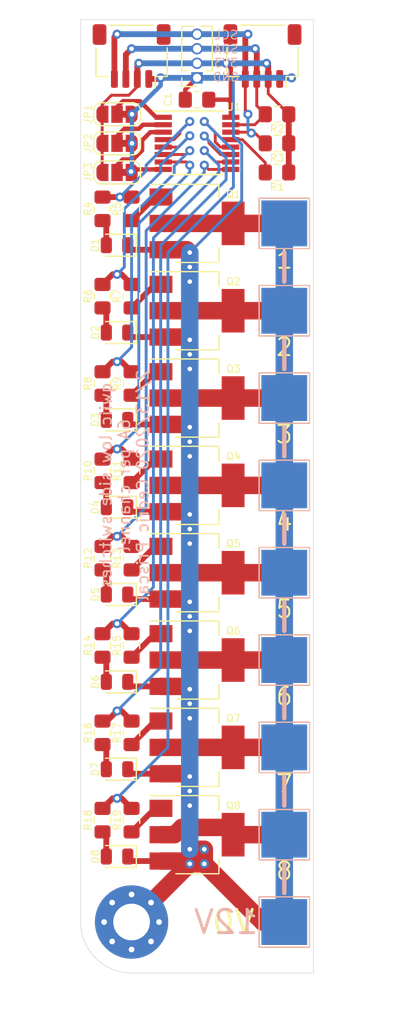
<source format=kicad_pcb>
(kicad_pcb (version 20221018) (generator pcbnew)
  (layers (0 "F.Cu" signal) (31 "B.Cu" signal) (34 "B.Paste" user) (35 "F.Paste" user) (36 "B.SilkS" user "B.Silkscreen") (37 "F.SilkS" user "F.Silkscreen") (38 "B.Mask" user) (39 "F.Mask" user) (44 "Edge.Cuts" user))
  (net 0 "")
  (net 1 "GND")
  (net 2 "+3V3")
  (net 3 "Net-(D1-Pad2)")
  (net 4 "Net-(D2-Pad2)")
  (net 5 "Net-(D3-Pad2)")
  (net 6 "Net-(D4-Pad2)")
  (net 7 "Net-(D5-Pad2)")
  (net 8 "Net-(D6-Pad2)")
  (net 9 "Net-(D7-Pad2)")
  (net 10 "Net-(D8-Pad2)")
  (net 11 "SCL")
  (net 12 "SDA")
  (net 13 "/sheet5E4641D8/OUT")
  (net 14 "/sheet5E4641DC/OUT")
  (net 15 "/sheet5E464744/OUT")
  (net 16 "/sheet5E464748/OUT")
  (net 17 "/sheet5E46474C/OUT")
  (net 18 "/sheet5E464750/OUT")
  (net 19 "/switch-lowside-6a/OUT")
  (net 20 "/sheet5E464087/OUT")
  (net 21 "Net-(JP1-Pad2)")
  (net 22 "Net-(JP2-Pad2)")
  (net 23 "Net-(JP3-Pad2)")
  (net 24 "Net-(Q1-Pad1)")
  (net 25 "Net-(Q2-Pad1)")
  (net 26 "Net-(Q3-Pad1)")
  (net 27 "Net-(Q4-Pad1)")
  (net 28 "Net-(Q5-Pad1)")
  (net 29 "Net-(Q6-Pad1)")
  (net 30 "Net-(Q7-Pad1)")
  (net 31 "Net-(Q8-Pad1)")
  (net 32 "Net-(R1-Pad2)")
  (net 33 "/switch-lowside-6a/IN")
  (net 34 "/sheet5E464087/IN")
  (net 35 "/sheet5E4641D8/IN")
  (net 36 "/sheet5E4641DC/IN")
  (net 37 "/sheet5E464744/IN")
  (net 38 "/sheet5E464748/IN")
  (net 39 "/sheet5E46474C/IN")
  (net 40 "/sheet5E464750/IN")
  (net 41 "Net-(J12-Pad1)")
  (footprint "Capacitor_SMD:C_0805_2012Metric_Pad1.15x1.40mm_HandSolder" (layer "F.Cu") (at 54.61 71.755 180)
    (fp_text reference "C1")
    (fp_text value "0.1u")
  )
  (footprint "LED_SMD:LED_0805_2012Metric" (layer "F.Cu") (at 47.625 84.455 180)
    (fp_text reference "D1")
    (fp_text value "LITEON-LTST-C170KGKT")
  )
  (footprint "LED_SMD:LED_0805_2012Metric" (layer "F.Cu") (at 47.625 92.075 180)
    (fp_text reference "D2")
    (fp_text value "LITEON-LTST-C170KGKT")
  )
  (footprint "LED_SMD:LED_0805_2012Metric" (layer "F.Cu") (at 47.625 99.695 180)
    (fp_text reference "D3")
    (fp_text value "LITEON-LTST-C170KGKT")
  )
  (footprint "LED_SMD:LED_0805_2012Metric" (layer "F.Cu") (at 47.625 107.315 180)
    (fp_text reference "D4")
    (fp_text value "LITEON-LTST-C170KGKT")
  )
  (footprint "LED_SMD:LED_0805_2012Metric" (layer "F.Cu") (at 47.625 114.935 180)
    (fp_text reference "D5")
    (fp_text value "LITEON-LTST-C170KGKT")
  )
  (footprint "LED_SMD:LED_0805_2012Metric" (layer "F.Cu") (at 47.625 122.555 180)
    (fp_text reference "D6")
    (fp_text value "LITEON-LTST-C170KGKT")
  )
  (footprint "LED_SMD:LED_0805_2012Metric" (layer "F.Cu") (at 47.625 130.175 180)
    (fp_text reference "D7")
    (fp_text value "LITEON-LTST-C170KGKT")
  )
  (footprint "LED_SMD:LED_0805_2012Metric" (layer "F.Cu") (at 47.625 137.795 180)
    (fp_text reference "D8")
    (fp_text value "LITEON-LTST-C170KGKT")
  )
  (footprint "Connector_JST:JST_SH_SM04B-SRSS-TB_1x04-1MP_P1.00mm_Horizontal" (layer "F.Cu") (at 48.895 67.945 180)
    (fp_text reference "J1" hide)
    (fp_text value "Conn_01x04")
  )
  (footprint "TestPoint:TestPoint_Pad_4.0x4.0mm" (layer "F.Cu") (at 62.23 97.79)
    (fp_text reference "J2" hide)
    (fp_text value "Conn_01x01")
  )
  (footprint "TestPoint:TestPoint_Pad_4.0x4.0mm" (layer "F.Cu") (at 62.23 105.41)
    (fp_text reference "J3" hide)
    (fp_text value "Conn_01x01")
  )
  (footprint "TestPoint:TestPoint_Pad_4.0x4.0mm" (layer "F.Cu") (at 62.23 113.03)
    (fp_text reference "J4" hide)
    (fp_text value "Conn_01x01")
  )
  (footprint "TestPoint:TestPoint_Pad_4.0x4.0mm" (layer "F.Cu") (at 62.23 120.65)
    (fp_text reference "J5" hide)
    (fp_text value "Conn_01x01")
  )
  (footprint "TestPoint:TestPoint_Pad_4.0x4.0mm" (layer "F.Cu") (at 62.23 128.27)
    (fp_text reference "J6" hide)
    (fp_text value "Conn_01x01")
  )
  (footprint "TestPoint:TestPoint_Pad_4.0x4.0mm" (layer "F.Cu") (at 62.23 135.89)
    (fp_text reference "J7" hide)
    (fp_text value "Conn_01x01")
  )
  (footprint "TestPoint:TestPoint_Pad_4.0x4.0mm" (layer "F.Cu") (at 62.23 82.55)
    (fp_text reference "J8" hide)
    (fp_text value "Conn_01x01")
  )
  (footprint "TestPoint:TestPoint_Pad_4.0x4.0mm" (layer "F.Cu") (at 62.23 90.17)
    (fp_text reference "J9" hide)
    (fp_text value "Conn_01x01")
  )
  (footprint "Jumper:SolderJumper-3_P1.3mm_Bridged12_RoundedPad1.0x1.5mm_NumberLabels" (layer "F.Cu") (at 47.625 73.025 180)
    (fp_text reference "JP1")
    (fp_text value "SolderJumper_3_Bridged12")
  )
  (footprint "Jumper:SolderJumper-3_P1.3mm_Bridged12_RoundedPad1.0x1.5mm_NumberLabels" (layer "F.Cu") (at 47.625 75.565 180)
    (fp_text reference "JP2")
    (fp_text value "SolderJumper_3_Bridged12")
  )
  (footprint "Jumper:SolderJumper-3_P1.3mm_Bridged12_RoundedPad1.0x1.5mm_NumberLabels" (layer "F.Cu") (at 47.625 78.105 180)
    (fp_text reference "JP3")
    (fp_text value "SolderJumper_3_Bridged12")
  )
  (footprint "Package_TO_SOT_SMD:SOT-223" (layer "F.Cu") (at 54.61 82.55)
    (fp_text reference "Q1")
    (fp_text value "Q_NMOS_GDSD")
  )
  (footprint "Package_TO_SOT_SMD:SOT-223" (layer "F.Cu") (at 54.61 90.17)
    (fp_text reference "Q2")
    (fp_text value "Q_NMOS_GDSD")
  )
  (footprint "Package_TO_SOT_SMD:SOT-223" (layer "F.Cu") (at 54.61 97.79)
    (fp_text reference "Q3")
    (fp_text value "Q_NMOS_GDSD")
  )
  (footprint "Package_TO_SOT_SMD:SOT-223" (layer "F.Cu") (at 54.61 105.41)
    (fp_text reference "Q4")
    (fp_text value "Q_NMOS_GDSD")
  )
  (footprint "Package_TO_SOT_SMD:SOT-223" (layer "F.Cu") (at 54.61 113.03)
    (fp_text reference "Q5")
    (fp_text value "Q_NMOS_GDSD")
  )
  (footprint "Package_TO_SOT_SMD:SOT-223" (layer "F.Cu") (at 54.61 120.65)
    (fp_text reference "Q6")
    (fp_text value "Q_NMOS_GDSD")
  )
  (footprint "Package_TO_SOT_SMD:SOT-223" (layer "F.Cu") (at 54.61 128.27)
    (fp_text reference "Q7")
    (fp_text value "Q_NMOS_GDSD")
  )
  (footprint "Package_TO_SOT_SMD:SOT-223" (layer "F.Cu") (at 54.61 135.89)
    (fp_text reference "Q8")
    (fp_text value "Q_NMOS_GDSD")
  )
  (footprint "Resistor_SMD:R_0805_2012Metric_Pad1.15x1.40mm_HandSolder" (layer "F.Cu") (at 61.595 78.105 180)
    (fp_text reference "R1")
    (fp_text value "10k")
  )
  (footprint "Resistor_SMD:R_0805_2012Metric_Pad1.15x1.40mm_HandSolder" (layer "F.Cu") (at 61.595 73.025 180)
    (fp_text reference "R2")
    (fp_text value "10k")
  )
  (footprint "Resistor_SMD:R_0805_2012Metric_Pad1.15x1.40mm_HandSolder" (layer "F.Cu") (at 61.595 75.565 180)
    (fp_text reference "R3")
    (fp_text value "10k")
  )
  (footprint "Resistor_SMD:R_0805_2012Metric_Pad1.15x1.40mm_HandSolder" (layer "F.Cu") (at 46.355 81.28 90)
    (fp_text reference "R4")
    (fp_text value "100")
  )
  (footprint "Resistor_SMD:R_0805_2012Metric_Pad1.15x1.40mm_HandSolder" (layer "F.Cu") (at 48.895 81.28 90)
    (fp_text reference "R5")
    (fp_text value "100")
  )
  (footprint "Resistor_SMD:R_0805_2012Metric_Pad1.15x1.40mm_HandSolder" (layer "F.Cu") (at 46.355 88.9 90)
    (fp_text reference "R6")
    (fp_text value "100")
  )
  (footprint "Resistor_SMD:R_0805_2012Metric_Pad1.15x1.40mm_HandSolder" (layer "F.Cu") (at 48.895 88.9 90)
    (fp_text reference "R7")
    (fp_text value "100")
  )
  (footprint "Resistor_SMD:R_0805_2012Metric_Pad1.15x1.40mm_HandSolder" (layer "F.Cu") (at 46.355 96.52 90)
    (fp_text reference "R8")
    (fp_text value "100")
  )
  (footprint "Resistor_SMD:R_0805_2012Metric_Pad1.15x1.40mm_HandSolder" (layer "F.Cu") (at 48.895 96.52 90)
    (fp_text reference "R9")
    (fp_text value "100")
  )
  (footprint "Resistor_SMD:R_0805_2012Metric_Pad1.15x1.40mm_HandSolder" (layer "F.Cu") (at 46.355 104.14 90)
    (fp_text reference "R10")
    (fp_text value "100")
  )
  (footprint "Resistor_SMD:R_0805_2012Metric_Pad1.15x1.40mm_HandSolder" (layer "F.Cu") (at 48.895 104.14 90)
    (fp_text reference "R11")
    (fp_text value "100")
  )
  (footprint "Resistor_SMD:R_0805_2012Metric_Pad1.15x1.40mm_HandSolder" (layer "F.Cu") (at 46.355 111.76 90)
    (fp_text reference "R12")
    (fp_text value "100")
  )
  (footprint "Resistor_SMD:R_0805_2012Metric_Pad1.15x1.40mm_HandSolder" (layer "F.Cu") (at 48.895 111.76 90)
    (fp_text reference "R13")
    (fp_text value "100")
  )
  (footprint "Resistor_SMD:R_0805_2012Metric_Pad1.15x1.40mm_HandSolder" (layer "F.Cu") (at 46.355 119.38 90)
    (fp_text reference "R14")
    (fp_text value "100")
  )
  (footprint "Resistor_SMD:R_0805_2012Metric_Pad1.15x1.40mm_HandSolder" (layer "F.Cu") (at 48.895 119.38 90)
    (fp_text reference "R15")
    (fp_text value "100")
  )
  (footprint "Resistor_SMD:R_0805_2012Metric_Pad1.15x1.40mm_HandSolder" (layer "F.Cu") (at 46.355 127 90)
    (fp_text reference "R16")
    (fp_text value "100")
  )
  (footprint "Resistor_SMD:R_0805_2012Metric_Pad1.15x1.40mm_HandSolder" (layer "F.Cu") (at 48.895 127 90)
    (fp_text reference "R17")
    (fp_text value "100")
  )
  (footprint "Resistor_SMD:R_0805_2012Metric_Pad1.15x1.40mm_HandSolder" (layer "F.Cu") (at 46.355 134.62 90)
    (fp_text reference "R18")
    (fp_text value "100")
  )
  (footprint "Resistor_SMD:R_0805_2012Metric_Pad1.15x1.40mm_HandSolder" (layer "F.Cu") (at 48.895 134.62 90)
    (fp_text reference "R19")
    (fp_text value "100")
  )
  (footprint "Package_SO:TSSOP-16_4.4x5mm_P0.65mm" (layer "F.Cu") (at 54.61 75.565)
    (fp_text reference "U1")
    (fp_text value "PCA9534_16TSSOP")
  )
  (footprint "Connector_JST:JST_SH_SM04B-SRSS-TB_1x04-1MP_P1.00mm_Horizontal" (layer "F.Cu") (at 60.325 67.945 180)
    (fp_text reference "J10" hide)
    (fp_text value "Conn_01x04")
  )
  (footprint "TestPoint:TestPoint_Pad_4.0x4.0mm" (layer "F.Cu") (at 62.23 143.51)
    (fp_text reference "J11" hide)
    (fp_text value "Conn_01x01")
  )
  (footprint "Connector_PinSocket_1.27mm:PinSocket_1x04_P1.27mm_Vertical" (layer "F.Cu") (at 54.61 69.85 180)
    (fp_text reference "J21" hide)
    (fp_text value "Conn_01x04")
  )
  (footprint "MountingHole:MountingHole_3.2mm_M3_Pad_Via" (layer "F.Cu") (at 48.895 143.51)
    (fp_text reference "H2" hide)
    (fp_text value "MountingHole_Pad")
  )
  (footprint "TestPoint:TestPoint_Pad_4.0x4.0mm" (layer "B.Cu") (at 62.23 82.55)
    (fp_text reference "J12" hide)
    (fp_text value "Conn_01x01")
  )
  (footprint "TestPoint:TestPoint_Pad_4.0x4.0mm" (layer "B.Cu") (at 62.23 90.17)
    (fp_text reference "J13" hide)
    (fp_text value "Conn_01x01")
  )
  (footprint "TestPoint:TestPoint_Pad_4.0x4.0mm" (layer "B.Cu") (at 62.23 105.41)
    (fp_text reference "J14" hide)
    (fp_text value "Conn_01x01")
  )
  (footprint "TestPoint:TestPoint_Pad_4.0x4.0mm" (layer "B.Cu") (at 62.23 97.79)
    (fp_text reference "J15" hide)
    (fp_text value "Conn_01x01")
  )
  (footprint "TestPoint:TestPoint_Pad_4.0x4.0mm" (layer "B.Cu") (at 62.23 113.03)
    (fp_text reference "J16" hide)
    (fp_text value "Conn_01x01")
  )
  (footprint "TestPoint:TestPoint_Pad_4.0x4.0mm" (layer "B.Cu") (at 62.23 120.65)
    (fp_text reference "J17" hide)
    (fp_text value "Conn_01x01")
  )
  (footprint "TestPoint:TestPoint_Pad_4.0x4.0mm" (layer "B.Cu") (at 62.23 128.27)
    (fp_text reference "J18" hide)
    (fp_text value "Conn_01x01")
  )
  (footprint "TestPoint:TestPoint_Pad_4.0x4.0mm" (layer "B.Cu") (at 62.23 135.89)
    (fp_text reference "J19" hide)
    (fp_text value "Conn_01x01")
  )
  (footprint "TestPoint:TestPoint_Pad_4.0x4.0mm" (layer "B.Cu") (at 62.23 143.51)
    (fp_text reference "J20" hide)
    (fp_text value "Conn_01x01")
  )
  (gr_line (start 62.23 92.71) (end 62.23 95.25) (stroke (width 0.381)) (layer "B.SilkS"))
  (gr_line (start 62.23 100.33) (end 62.23 102.87) (stroke (width 0.381)) (layer "B.SilkS"))
  (gr_line (start 62.23 107.95) (end 62.23 110.49) (stroke (width 0.381)) (layer "B.SilkS"))
  (gr_line (start 62.23 115.57) (end 62.23 118.11) (stroke (width 0.381)) (layer "B.SilkS"))
  (gr_line (start 62.23 123.19) (end 62.23 125.73) (stroke (width 0.381)) (layer "B.SilkS"))
  (gr_line (start 62.23 130.81) (end 62.23 133.35) (stroke (width 0.381)) (layer "B.SilkS"))
  (gr_line (start 62.23 138.43) (end 62.23 140.97) (stroke (width 0.381)) (layer "B.SilkS"))
  (gr_line (start 62.23 85.09) (end 62.23 87.63) (stroke (width 0.381)) (layer "B.SilkS"))
  (gr_line (start 64.77 64.77) (end 64.77 147.955) (stroke (width 0.05)) (layer "Edge.Cuts"))
  (gr_line (start 44.45 64.77) (end 64.77 64.77) (stroke (width 0.05)) (layer "Edge.Cuts"))
  (gr_line (start 64.77 147.955) (end 48.895 147.955) (stroke (width 0.05)) (layer "Edge.Cuts"))
  (gr_arc (start 48.895 147.955) (mid 45.75191 146.65309) (end 44.45 143.51) (stroke (width 0.05)) (layer "Edge.Cuts"))
  (gr_line (start 44.45 143.51) (end 44.45 64.77) (stroke (width 0.05)) (layer "Edge.Cuts"))
  (gr_text "12V" (at 57.15 143.51) (layer "B.SilkS") (effects (font (size 2.032 2.032) (thickness 0.254)) (justify mirror)))
  (gr_text "SCL\nSDA\n3V3\nGND" (at 57.15 67.945) (layer "B.SilkS") (effects (font (size 0.762 0.762) (thickness 0.1016)) (justify mirror)))
  (gr_text "qwiic low side switches\n6A per channel\n2/13/2020 Cedric Priscal" (at 48.26 105.41 90) (layer "B.SilkS") (effects (font (size 1 1)) (justify mirror)))
  (gr_text "0V" (at 57.785 143.51) (layer "F.SilkS") (effects (font (size 2.032 2.032) (thickness 0.254))))
  (gr_text "1" (at 62.23 85.725) (layer "F.SilkS") (effects (font (size 1.524 1.524) (thickness 0.1778))))
  (gr_text "2" (at 62.23 93.345) (layer "F.SilkS") (effects (font (size 1.524 1.524) (thickness 0.1778))))
  (gr_text "3" (at 62.23 100.965) (layer "F.SilkS") (effects (font (size 1.524 1.524) (thickness 0.1778))))
  (gr_text "4" (at 62.23 108.585) (layer "F.SilkS") (effects (font (size 1.524 1.524) (thickness 0.1778))))
  (gr_text "5" (at 62.23 116.205) (layer "F.SilkS") (effects (font (size 1.524 1.524) (thickness 0.1778))))
  (gr_text "6" (at 62.23 123.825) (layer "F.SilkS") (effects (font (size 1.524 1.524) (thickness 0.1778))))
  (gr_text "7" (at 62.23 131.445) (layer "F.SilkS") (effects (font (size 1.524 1.524) (thickness 0.1778))))
  (gr_text "8" (at 62.23 139.065) (layer "F.SilkS") (effects (font (size 1.524 1.524) (thickness 0.1778))))
  (segment (start 53.975 132.08) (end 53.975 133.35) (width 1.524) (layer "F.Cu") (net 1))
  (segment (start 49.03468 77.84) (end 48.84734 78.02734) (width 0.381) (layer "F.Cu") (net 1))
  (segment (start 48.895 143.51) (end 53.975 138.43) (width 1.524) (layer "F.Cu") (net 1))
  (segment (start 53.975 116.84) (end 53.975 118.11) (width 1.524) (layer "F.Cu") (net 1))
  (segment (start 51.46 92.47) (end 48.9575 92.47) (width 0.508) (layer "F.Cu") (net 1))
  (segment (start 51.46 122.95) (end 48.9575 122.95) (width 0.508) (layer "F.Cu") (net 1))
  (segment (start 51.46 130.57) (end 53.735 130.57) (width 1.524) (layer "F.Cu") (net 1))
  (segment (start 53.975 92.71) (end 53.975 93.98) (width 1.524) (layer "F.Cu") (net 1))
  (segment (start 53.975 109.22) (end 53.975 110.49) (width 1.524) (layer "F.Cu") (net 1))
  (segment (start 51.46 138.19) (end 48.9575 138.19) (width 0.508) (layer "F.Cu") (net 1))
  (segment (start 53.975 115.57) (end 53.975 116.84) (width 1.524) (layer "F.Cu") (net 1))
  (segment (start 50.395 69.945) (end 51.34 69.945) (width 0.508) (layer "F.Cu") (net 1))
  (segment (start 53.735 115.33) (end 53.975 115.57) (width 1.524) (layer "F.Cu") (net 1))
  (segment (start 53.735 122.95) (end 53.975 123.19) (width 1.524) (layer "F.Cu") (net 1))
  (segment (start 51.46 84.85) (end 48.9575 84.85) (width 0.508) (layer "F.Cu") (net 1))
  (segment (start 53.975 100.33) (end 53.975 101.6) (width 1.524) (layer "F.Cu") (net 1))
  (segment (start 48.9575 138.19) (end 48.5625 137.795) (width 0.508) (layer "F.Cu") (net 1))
  (segment (start 53.585 71.755) (end 53.585 70.875) (width 0.381) (layer "F.Cu") (net 1))
  (segment (start 48.9575 92.47) (end 48.5625 92.075) (width 0.508) (layer "F.Cu") (net 1))
  (segment (start 51.46 100.09) (end 48.9575 100.09) (width 0.508) (layer "F.Cu") (net 1))
  (segment (start 51.34 69.945) (end 51.435 69.85) (width 0.508) (layer "F.Cu") (net 1))
  (segment (start 51.46 84.85) (end 53.735 84.85) (width 1.524) (layer "F.Cu") (net 1))
  (segment (start 53.975 130.81) (end 53.975 132.08) (width 1.524) (layer "F.Cu") (net 1))
  (segment (start 51.46 107.71) (end 48.9575 107.71) (width 0.508) (layer "F.Cu") (net 1))
  (segment (start 53.735 84.85) (end 53.975 85.09) (width 1.524) (layer "F.Cu") (net 1))
  (segment (start 53.735 100.09) (end 53.975 100.33) (width 1.524) (layer "F.Cu") (net 1))
  (segment (start 51.46 92.47) (end 53.735 92.47) (width 1.524) (layer "F.Cu") (net 1))
  (segment (start 53.735 92.47) (end 53.975 92.71) (width 1.524) (layer "F.Cu") (net 1))
  (segment (start 48.9575 100.09) (end 48.5625 99.695) (width 0.508) (layer "F.Cu") (net 1))
  (segment (start 51.46 115.33) (end 53.735 115.33) (width 1.524) (layer "F.Cu") (net 1))
  (segment (start 53.975 93.98) (end 53.975 95.25) (width 1.524) (layer "F.Cu") (net 1))
  (segment (start 60.325 143.51) (end 62.23 143.51) (width 1.524) (layer "F.Cu") (net 1))
  (segment (start 51.66 77.84) (end 49.03468 77.84) (width 0.381) (layer "F.Cu") (net 1))
  (segment (start 48.9575 115.33) (end 48.5625 114.935) (width 0.508) (layer "F.Cu") (net 1))
  (segment (start 62.865 69.85) (end 61.92 69.85) (width 0.508) (layer "F.Cu") (net 1))
  (segment (start 48.9575 122.95) (end 48.5625 122.555) (width 0.508) (layer "F.Cu") (net 1))
  (segment (start 51.46 138.19) (end 53.735 138.19) (width 1.524) (layer "F.Cu") (net 1))
  (segment (start 53.735 138.19) (end 53.975 138.43) (width 1.524) (layer "F.Cu") (net 1))
  (segment (start 51.46 100.09) (end 53.735 100.09) (width 1.524) (layer "F.Cu") (net 1))
  (segment (start 53.735 107.71) (end 53.975 107.95) (width 1.524) (layer "F.Cu") (net 1))
  (segment (start 53.975 137.16) (end 55.245 137.16) (width 1.524) (layer "F.Cu") (net 1))
  (segment (start 51.46 107.71) (end 53.735 107.71) (width 1.524) (layer "F.Cu") (net 1))
  (segment (start 53.975 107.95) (end 53.975 109.22) (width 1.524) (layer "F.Cu") (net 1))
  (segment (start 48.9575 130.57) (end 48.5625 130.175) (width 0.508) (layer "F.Cu") (net 1))
  (segment (start 53.735 130.57) (end 53.975 130.81) (width 1.524) (layer "F.Cu") (net 1))
  (segment (start 51.46 122.95) (end 53.735 122.95) (width 1.524) (layer "F.Cu") (net 1))
  (segment (start 53.975 124.46) (end 53.975 125.73) (width 1.524) (layer "F.Cu") (net 1))
  (segment (start 53.975 123.19) (end 53.975 124.46) (width 1.524) (layer "F.Cu") (net 1))
  (segment (start 53.585 70.875) (end 54.61 69.85) (width 0.381) (layer "F.Cu") (net 1))
  (segment (start 55.245 138.43) (end 53.975 138.43) (width 1.524) (layer "F.Cu") (net 1))
  (segment (start 53.975 138.43) (end 53.975 137.16) (width 1.524) (layer "F.Cu") (net 1))
  (segment (start 53.975 85.09) (end 53.975 86.36) (width 1.524) (layer "F.Cu") (net 1))
  (segment (start 61.92 69.85) (end 61.825 69.945) (width 0.508) (layer "F.Cu") (net 1))
  (segment (start 53.975 101.6) (end 53.975 102.87) (width 1.524) (layer "F.Cu") (net 1))
  (segment (start 53.975 86.36) (end 53.975 87.63) (width 1.524) (layer "F.Cu") (net 1))
  (segment (start 51.46 130.57) (end 48.9575 130.57) (width 0.508) (layer "F.Cu") (net 1))
  (segment (start 55.245 137.16) (end 55.245 138.43) (width 1.524) (layer "F.Cu") (net 1))
  (segment (start 48.9575 84.85) (end 48.5625 84.455) (width 0.508) (layer "F.Cu") (net 1))
  (segment (start 48.9575 107.71) (end 48.5625 107.315) (width 0.508) (layer "F.Cu") (net 1))
  (segment (start 51.46 115.33) (end 48.9575 115.33) (width 0.508) (layer "F.Cu") (net 1))
  (segment (start 55.245 138.43) (end 60.325 143.51) (width 1.524) (layer "F.Cu") (net 1))
  (via (at 51.435 69.85) (size 0.8) (drill 0.4) (layers "F.Cu" "B.Cu") (net 1))
  (via (at 53.975 93.98) (size 0.8) (drill 0.4) (layers "F.Cu" "B.Cu") (net 1))
  (via (at 53.975 92.71) (size 0.8) (drill 0.4) (layers "F.Cu" "B.Cu") (net 1))
  (via (at 55.245 138.43) (size 0.8) (drill 0.4) (layers "F.Cu" "B.Cu") (net 1))
  (via (at 53.975 118.11) (size 0.8) (drill 0.4) (layers "F.Cu" "B.Cu") (net 1))
  (via (at 53.975 115.57) (size 0.8) (drill 0.4) (layers "F.Cu" "B.Cu") (net 1))
  (via (at 55.245 137.16) (size 0.8) (drill 0.4) (layers "F.Cu" "B.Cu") (net 1))
  (via (at 53.975 133.35) (size 0.8) (drill 0.4) (layers "F.Cu" "B.Cu") (net 1))
  (via (at 53.975 137.16) (size 0.8) (drill 0.4) (layers "F.Cu" "B.Cu") (net 1))
  (via (at 62.865 69.85) (size 0.8) (drill 0.4) (layers "F.Cu" "B.Cu") (net 1))
  (via (at 48.925 73.025) (size 0.8) (drill 0.4) (layers "F.Cu" "B.Cu") (net 1))
  (via (at 53.975 87.63) (size 0.8) (drill 0.4) (layers "F.Cu" "B.Cu") (net 1))
  (via (at 53.975 109.22) (size 0.8) (drill 0.4) (layers "F.Cu" "B.Cu") (net 1))
  (via (at 53.975 95.25) (size 0.8) (drill 0.4) (layers "F.Cu" "B.Cu") (net 1))
  (via (at 48.84734 78.02734) (size 0.8) (drill 0.4) (layers "F.Cu" "B.Cu") (net 1))
  (via (at 53.975 125.73) (size 0.8) (drill 0.4) (layers "F.Cu" "B.Cu") (net 1))
  (via (at 53.975 124.46) (size 0.8) (drill 0.4) (layers "F.Cu" "B.Cu") (net 1))
  (via (at 53.975 130.81) (size 0.8) (drill 0.4) (layers "F.Cu" "B.Cu") (net 1))
  (via (at 53.975 123.19) (size 0.8) (drill 0.4) (layers "F.Cu" "B.Cu") (net 1))
  (via (at 48.925 75.565) (size 0.8) (drill 0.4) (layers "F.Cu" "B.Cu") (net 1))
  (via (at 53.975 100.33) (size 0.8) (drill 0.4) (layers "F.Cu" "B.Cu") (net 1))
  (via (at 53.975 116.84) (size 0.8) (drill 0.4) (layers "F.Cu" "B.Cu") (net 1))
  (via (at 53.975 85.09) (size 0.8) (drill 0.4) (layers "F.Cu" "B.Cu") (net 1))
  (via (at 53.975 132.08) (size 0.8) (drill 0.4) (layers "F.Cu" "B.Cu") (net 1))
  (via (at 53.975 110.49) (size 0.8) (drill 0.4) (layers "F.Cu" "B.Cu") (net 1))
  (via (at 53.975 102.87) (size 0.8) (drill 0.4) (layers "F.Cu" "B.Cu") (net 1))
  (via (at 53.975 101.6) (size 0.8) (drill 0.4) (layers "F.Cu" "B.Cu") (net 1))
  (via (at 53.975 138.43) (size 0.8) (drill 0.4) (layers "F.Cu" "B.Cu") (net 1))
  (via (at 53.975 107.95) (size 0.8) (drill 0.4) (layers "F.Cu" "B.Cu") (net 1))
  (via (at 53.975 86.36) (size 0.8) (drill 0.4) (layers "F.Cu" "B.Cu") (net 1))
  (segment (start 53.975 100.33) (end 53.975 95.25) (width 1.524) (layer "B.Cu") (net 1))
  (segment (start 53.975 102.87) (end 53.975 101.6) (width 1.524) (layer "B.Cu") (net 1))
  (segment (start 53.975 130.81) (end 53.975 125.73) (width 1.524) (layer "B.Cu") (net 1))
  (segment (start 53.975 123.19) (end 53.975 118.11) (width 1.524) (layer "B.Cu") (net 1))
  (segment (start 57.785 74.93) (end 57.785 69.85) (width 0.25) (layer "B.Cu") (net 1))
  (segment (start 58.510001 80.554999) (end 58.510001 75.655001) (width 0.25) (layer "B.Cu") (net 1))
  (segment (start 53.975 92.71) (end 53.975 87.63) (width 1.524) (layer "B.Cu") (net 1))
  (segment (start 53.975 124.46) (end 53.975 123.19) (width 1.524) (layer "B.Cu") (net 1))
  (segment (start 53.975 125.73) (end 53.975 124.46) (width 1.524) (layer "B.Cu") (net 1))
  (segment (start 54.61 69.85) (end 57.785 69.85) (width 0.508) (layer "B.Cu") (net 1))
  (segment (start 53.975 86.36) (end 53.975 85.09) (width 1.524) (layer "B.Cu") (net 1))
  (segment (start 53.975 87.63) (end 53.975 86.36) (width 1.524) (layer "B.Cu") (net 1))
  (segment (start 51.435 69.85) (end 54.61 69.85) (width 0.508) (layer "B.Cu") (net 1))
  (segment (start 53.975 95.25) (end 53.975 93.98) (width 1.524) (layer "B.Cu") (net 1))
  (segment (start 51.435 69.85) (end 51.435 70.515) (width 0.381) (layer "B.Cu") (net 1))
  (segment (start 53.975 137.16) (end 53.975 130.81) (width 1.524) (layer "B.Cu") (net 1))
  (segment (start 53.975 116.84) (end 53.975 115.57) (width 1.524) (layer "B.Cu") (net 1))
  (segment (start 53.975 93.98) (end 53.975 92.71) (width 1.524) (layer "B.Cu") (net 1))
  (segment (start 57.785 69.85) (end 62.865 69.85) (width 0.508) (layer "B.Cu") (net 1))
  (segment (start 53.975 85.09) (end 58.510001 80.554999) (width 0.25) (layer "B.Cu") (net 1))
  (segment (start 53.975 110.49) (end 53.975 109.22) (width 1.524) (layer "B.Cu") (net 1))
  (segment (start 48.925 75.565) (end 48.925 77.94968) (width 0.381) (layer "B.Cu") (net 1))
  (segment (start 58.510001 75.655001) (end 57.785 74.93) (width 0.25) (layer "B.Cu") (net 1))
  (segment (start 48.925 77.94968) (end 48.84734 78.02734) (width 0.381) (layer "B.Cu") (net 1))
  (segment (start 53.975 107.95) (end 53.975 102.87) (width 1.524) (layer "B.Cu") (net 1))
  (segment (start 53.975 118.11) (end 53.975 116.84) (width 1.524) (layer "B.Cu") (net 1))
  (segment (start 51.435 70.515) (end 48.925 73.025) (width 0.381) (layer "B.Cu") (net 1))
  (segment (start 48.925 73.025) (end 48.925 75.565) (width 0.381) (layer "B.Cu") (net 1))
  (segment (start 53.975 101.6) (end 53.975 100.33) (width 1.524) (layer "B.Cu") (net 1))
  (segment (start 53.975 109.22) (end 53.975 107.95) (width 1.524) (layer "B.Cu") (net 1))
  (segment (start 53.975 115.57) (end 53.975 110.49) (width 1.524) (layer "B.Cu") (net 1))
  (segment (start 60.825 69.945) (end 60.825 68.726) (width 0.508) (layer "F.Cu") (net 2))
  (segment (start 47.135428 71.36698) (end 46.325 72.177408) (width 0.254) (layer "F.Cu") (net 2))
  (segment (start 57.56 71.98) (end 57.56 68.99) (width 0.381) (layer "F.Cu") (net 2))
  (segment (start 49.395 69.945) (end 49.395 68.715) (width 0.508) (layer "F.Cu") (net 2))
  (segment (start 46.325 72.177408) (end 46.325 73.025) (width 0.254) (layer "F.Cu") (net 2))
  (segment (start 60.825 69.945) (end 60.825 71.23) (width 0.254) (layer "F.Cu") (net 2))
  (segment (start 60.825 68.726) (end 60.679 68.58) (width 0.508) (layer "F.Cu") (net 2))
  (segment (start 60.825 71.23) (end 62.62 73.025) (width 0.254) (layer "F.Cu") (net 2))
  (segment (start 62.62 75.565) (end 62.62 73.025) (width 0.508) (layer "F.Cu") (net 2))
  (segment (start 62.62 78.105) (end 62.62 75.565) (width 0.508) (layer "F.Cu") (net 2))
  (segment (start 57.56 68.99) (end 57.15 68.58) (width 0.381) (layer "F.Cu") (net 2))
  (segment (start 46.325 75.565) (end 46.325 78.105) (width 0.254) (layer "F.Cu") (net 2))
  (segment (start 57.335 71.755) (end 57.56 71.98) (width 0.381) (layer "F.Cu") (net 2))
  (segment (start 55.635 71.755) (end 57.335 71.755) (width 0.381) (layer "F.Cu") (net 2))
  (segment (start 49.395 69.945) (end 49.395 70.62) (width 0.254) (layer "F.Cu") (net 2))
  (segment (start 46.325 73.025) (end 46.325 75.565) (width 0.254) (layer "F.Cu") (net 2))
  (segment (start 57.56 73.29) (end 57.56 71.98) (width 0.381) (layer "F.Cu") (net 2))
  (segment (start 49.395 68.715) (end 49.53 68.58) (width 0.508) (layer "F.Cu") (net 2))
  (segment (start 48.64802 71.36698) (end 47.135428 71.36698) (width 0.254) (layer "F.Cu") (net 2))
  (segment (start 49.395 70.62) (end 48.64802 71.36698) (width 0.254) (layer "F.Cu") (net 2))
  (via (at 57.15 68.58) (size 0.8) (drill 0.4) (layers "F.Cu" "B.Cu") (net 2))
  (via (at 60.679 68.58) (size 0.8) (drill 0.4) (layers "F.Cu" "B.Cu") (net 2))
  (via (at 49.53 68.58) (size 0.8) (drill 0.4) (layers "F.Cu" "B.Cu") (net 2))
  (segment (start 57.15 68.58) (end 60.679 68.58) (width 0.508) (layer "B.Cu") (net 2))
  (segment (start 54.61 68.58) (end 49.53 68.58) (width 0.508) (layer "B.Cu") (net 2))
  (segment (start 54.61 68.58) (end 57.15 68.58) (width 0.508) (layer "B.Cu") (net 2))
  (segment (start 46.6875 84.455) (end 46.6875 82.6375) (width 0.508) (layer "F.Cu") (net 3))
  (segment (start 46.6875 82.6375) (end 46.355 82.305) (width 0.508) (layer "F.Cu") (net 3))
  (segment (start 46.6875 92.075) (end 46.6875 90.2575) (width 0.508) (layer "F.Cu") (net 4))
  (segment (start 46.6875 90.2575) (end 46.355 89.925) (width 0.508) (layer "F.Cu") (net 4))
  (segment (start 46.6875 99.695) (end 46.6875 97.8775) (width 0.508) (layer "F.Cu") (net 5))
  (segment (start 46.6875 97.8775) (end 46.355 97.545) (width 0.508) (layer "F.Cu") (net 5))
  (segment (start 46.6875 105.4975) (end 46.355 105.165) (width 0.508) (layer "F.Cu") (net 6))
  (segment (start 46.6875 107.315) (end 46.6875 105.4975) (width 0.508) (layer "F.Cu") (net 6))
  (segment (start 46.6875 113.1175) (end 46.355 112.785) (width 0.508) (layer "F.Cu") (net 7))
  (segment (start 46.6875 114.935) (end 46.6875 113.1175) (width 0.508) (layer "F.Cu") (net 7))
  (segment (start 46.6875 122.555) (end 46.6875 120.7375) (width 0.508) (layer "F.Cu") (net 8))
  (segment (start 46.6875 120.7375) (end 46.355 120.405) (width 0.508) (layer "F.Cu") (net 8))
  (segment (start 46.6875 130.175) (end 46.6875 128.3575) (width 0.508) (layer "F.Cu") (net 9))
  (segment (start 46.6875 128.3575) (end 46.355 128.025) (width 0.508) (layer "F.Cu") (net 9))
  (segment (start 46.6875 137.795) (end 46.6875 135.9775) (width 0.508) (layer "F.Cu") (net 10))
  (segment (start 46.6875 135.9775) (end 46.355 135.645) (width 0.508) (layer "F.Cu") (net 10))
  (segment (start 58.825 66.27) (end 59.055 66.04) (width 0.508) (layer "F.Cu") (net 11))
  (segment (start 58.825 72.795) (end 59.055 73.025) (width 0.254) (layer "F.Cu") (net 11))
  (segment (start 47.395 69.945) (end 47.395 66.27) (width 0.508) (layer "F.Cu") (net 11))
  (segment (start 57.56 74.59) (end 59.595 74.59) (width 0.25) (layer "F.Cu") (net 11))
  (segment (start 58.825 69.945) (end 58.825 66.27) (width 0.508) (layer "F.Cu") (net 11))
  (segment (start 58.825 69.945) (end 58.825 72.795) (width 0.254) (layer "F.Cu") (net 11))
  (segment (start 47.395 66.27) (end 47.625 66.04) (width 0.508) (layer "F.Cu") (net 11))
  (segment (start 59.595 74.59) (end 60.57 75.565) (width 0.25) (layer "F.Cu") (net 11))
  (via (at 47.625 66.04) (size 0.8) (drill 0.4) (layers "F.Cu" "B.Cu") (net 11))
  (via (at 59.055 73.025) (size 0.8) (drill 0.4) (layers "F.Cu" "B.Cu") (net 11))
  (via (at 59.347027 74.665) (size 0.8) (drill 0.4) (layers "F.Cu" "B.Cu") (net 11))
  (via (at 59.055 66.04) (size 0.8) (drill 0.4) (layers "F.Cu" "B.Cu") (net 11))
  (segment (start 59.055 73.025) (end 59.055 74.372973) (width 0.254) (layer "B.Cu") (net 11))
  (segment (start 54.61 66.04) (end 47.625 66.04) (width 0.508) (layer "B.Cu") (net 11))
  (segment (start 59.055 74.372973) (end 59.347027 74.665) (width 0.254) (layer "B.Cu") (net 11))
  (segment (start 54.61 66.04) (end 59.055 66.04) (width 0.508) (layer "B.Cu") (net 11))
  (segment (start 59.655 73.94) (end 60.57 73.025) (width 0.25) (layer "F.Cu") (net 12))
  (segment (start 48.395 69.945) (end 48.395 67.81) (width 0.508) (layer "F.Cu") (net 12))
  (segment (start 59.825 67.445) (end 59.69 67.31) (width 0.508) (layer "F.Cu") (net 12))
  (segment (start 48.395 67.81) (end 48.895 67.31) (width 0.508) (layer "F.Cu") (net 12))
  (segment (start 59.825 69.945) (end 59.825 67.445) (width 0.508) (layer "F.Cu") (net 12))
  (segment (start 57.56 73.94) (end 59.655 73.94) (width 0.25) (layer "F.Cu") (net 12))
  (segment (start 59.825 72.28) (end 60.57 73.025) (width 0.254) (layer "F.Cu") (net 12))
  (segment (start 59.825 69.945) (end 59.825 72.28) (width 0.254) (layer "F.Cu") (net 12))
  (via (at 59.69 67.31) (size 0.8) (drill 0.4) (layers "F.Cu" "B.Cu") (net 12))
  (via (at 48.895 67.31) (size 0.8) (drill 0.4) (layers "F.Cu" "B.Cu") (net 12))
  (segment (start 54.61 67.31) (end 48.895 67.31) (width 0.508) (layer "B.Cu") (net 12))
  (segment (start 54.61 67.31) (end 59.69 67.31) (width 0.508) (layer "B.Cu") (net 12))
  (segment (start 51.46 97.79) (end 57.76 97.79) (width 1.524) (layer "F.Cu") (net 13))
  (segment (start 57.76 97.79) (end 62.23 97.79) (width 1.524) (layer "F.Cu") (net 13))
  (segment (start 51.46 105.41) (end 57.76 105.41) (width 1.524) (layer "F.Cu") (net 14))
  (segment (start 57.76 105.41) (end 62.23 105.41) (width 1.524) (layer "F.Cu") (net 14))
  (segment (start 51.46 113.03) (end 57.76 113.03) (width 1.524) (layer "F.Cu") (net 15))
  (segment (start 57.76 113.03) (end 62.23 113.03) (width 1.524) (layer "F.Cu") (net 15))
  (segment (start 51.46 120.65) (end 57.76 120.65) (width 1.524) (layer "F.Cu") (net 16))
  (segment (start 57.76 120.65) (end 62.23 120.65) (width 1.524) (layer "F.Cu") (net 16))
  (segment (start 57.76 128.27) (end 62.23 128.27) (width 1.524) (layer "F.Cu") (net 17))
  (segment (start 51.46 128.27) (end 57.76 128.27) (width 1.524) (layer "F.Cu") (net 17))
  (segment (start 57.125 135.255) (end 57.76 135.89) (width 1.524) (layer "F.Cu") (net 18))
  (segment (start 52.641602 135.89) (end 53.276602 135.255) (width 1.524) (layer "F.Cu") (net 18))
  (segment (start 51.46 135.89) (end 52.641602 135.89) (width 1.524) (layer "F.Cu") (net 18))
  (segment (start 53.276602 135.255) (end 57.125 135.255) (width 1.524) (layer "F.Cu") (net 18))
  (segment (start 57.76 135.89) (end 62.23 135.89) (width 1.524) (layer "F.Cu") (net 18))
  (segment (start 57.76 82.55) (end 62.23 82.55) (width 1.524) (layer "F.Cu") (net 19))
  (segment (start 51.46 82.55) (end 57.76 82.55) (width 1.524) (layer "F.Cu") (net 19))
  (segment (start 51.46 90.17) (end 57.76 90.17) (width 1.524) (layer "F.Cu") (net 20))
  (segment (start 62.23 90.17) (end 57.76 90.17) (width 1.524) (layer "F.Cu") (net 20))
  (segment (start 51.0305 73.29) (end 49.62499 71.88449) (width 0.381) (layer "F.Cu") (net 21))
  (segment (start 47.625 72.39) (end 47.625 73.025) (width 0.381) (layer "F.Cu") (net 21))
  (segment (start 49.62499 71.88449) (end 48.13051 71.88449) (width 0.381) (layer "F.Cu") (net 21))
  (segment (start 51.66 73.29) (end 51.0305 73.29) (width 0.381) (layer "F.Cu") (net 21))
  (segment (start 48.13051 71.88449) (end 47.625 72.39) (width 0.381) (layer "F.Cu") (net 21))
  (segment (start 49.53 74.295) (end 48.26 74.295) (width 0.381) (layer "F.Cu") (net 22))
  (segment (start 47.625 74.93) (end 47.625 75.565) (width 0.381) (layer "F.Cu") (net 22))
  (segment (start 49.885 73.94) (end 49.53 74.295) (width 0.381) (layer "F.Cu") (net 22))
  (segment (start 51.66 73.94) (end 49.885 73.94) (width 0.381) (layer "F.Cu") (net 22))
  (segment (start 48.26 74.295) (end 47.625 74.93) (width 0.381) (layer "F.Cu") (net 22))
  (segment (start 50.529 74.59) (end 49.81551 75.30349) (width 0.381) (layer "F.Cu") (net 23))
  (segment (start 47.625 77.47) (end 47.625 78.105) (width 0.381) (layer "F.Cu") (net 23))
  (segment (start 48.13051 76.96449) (end 47.625 77.47) (width 0.381) (layer "F.Cu") (net 23))
  (segment (start 49.81551 76.180458) (end 49.031478 76.96449) (width 0.381) (layer "F.Cu") (net 23))
  (segment (start 49.031478 76.96449) (end 48.13051 76.96449) (width 0.381) (layer "F.Cu") (net 23))
  (segment (start 49.81551 75.30349) (end 49.81551 76.180458) (width 0.381) (layer "F.Cu") (net 23))
  (segment (start 51.66 74.59) (end 50.529 74.59) (width 0.381) (layer "F.Cu") (net 23))
  (segment (start 48.895 82.305) (end 50.95 80.25) (width 0.508) (layer "F.Cu") (net 24))
  (segment (start 50.95 80.25) (end 51.46 80.25) (width 0.508) (layer "F.Cu") (net 24))
  (segment (start 48.895 89.925) (end 50.95 87.87) (width 0.508) (layer "F.Cu") (net 25))
  (segment (start 50.95 87.87) (end 51.46 87.87) (width 0.508) (layer "F.Cu") (net 25))
  (segment (start 50.95 95.49) (end 51.46 95.49) (width 0.508) (layer "F.Cu") (net 26))
  (segment (start 48.895 97.545) (end 50.95 95.49) (width 0.508) (layer "F.Cu") (net 26))
  (segment (start 50.95 103.11) (end 51.46 103.11) (width 0.508) (layer "F.Cu") (net 27))
  (segment (start 48.895 105.165) (end 50.95 103.11) (width 0.508) (layer "F.Cu") (net 27))
  (segment (start 50.95 110.73) (end 51.46 110.73) (width 0.508) (layer "F.Cu") (net 28))
  (segment (start 48.895 112.785) (end 50.95 110.73) (width 0.508) (layer "F.Cu") (net 28))
  (segment (start 50.95 118.35) (end 51.46 118.35) (width 0.508) (layer "F.Cu") (net 29))
  (segment (start 48.895 120.405) (end 50.95 118.35) (width 0.508) (layer "F.Cu") (net 29))
  (segment (start 48.895 128.025) (end 50.95 125.97) (width 0.508) (layer "F.Cu") (net 30))
  (segment (start 50.95 125.97) (end 51.46 125.97) (width 0.508) (layer "F.Cu") (net 30))
  (segment (start 50.95 133.59) (end 51.46 133.59) (width 0.508) (layer "F.Cu") (net 31))
  (segment (start 48.895 135.645) (end 50.95 133.59) (width 0.508) (layer "F.Cu") (net 31))
  (segment (start 60.57 77.305) (end 60.57 78.105) (width 0.25) (layer "F.Cu") (net 32))
  (segment (start 57.56 75.24) (end 58.56 75.24) (width 0.25) (layer "F.Cu") (net 32))
  (segment (start 58.56 75.24) (end 60.57 77.25) (width 0.25) (layer "F.Cu") (net 32))
  (segment (start 60.57 77.25) (end 60.57 77.305) (width 0.25) (layer "F.Cu") (net 32))
  (segment (start 53.120292 74.710292) (end 53.120292 74.514708) (width 0.25) (layer "F.Cu") (net 33))
  (segment (start 47.87 80.255) (end 46.355 80.255) (width 0.508) (layer "F.Cu") (net 33))
  (segment (start 53.120292 74.514708) (end 53.975 73.66) (width 0.25) (layer "F.Cu") (net 33))
  (segment (start 48.895 80.255) (end 47.87 80.255) (width 0.508) (layer "F.Cu") (net 33))
  (segment (start 52.590584 75.24) (end 53.120292 74.710292) (width 0.25) (layer "F.Cu") (net 33))
  (segment (start 51.66 75.24) (end 52.590584 75.24) (width 0.25) (layer "F.Cu") (net 33))
  (via (at 53.975 73.66) (size 0.8) (drill 0.4) (layers "F.Cu" "B.Cu") (net 33))
  (via (at 47.87 80.255) (size 0.8) (drill 0.4) (layers "F.Cu" "B.Cu") (net 33))
  (segment (start 47.87 80.255) (end 50.165 77.96) (width 0.25) (layer "B.Cu") (net 33))
  (segment (start 53.575001 74.059999) (end 53.975 73.66) (width 0.25) (layer "B.Cu") (net 33))
  (segment (start 50.165 77.47) (end 53.575001 74.059999) (width 0.25) (layer "B.Cu") (net 33))
  (segment (start 50.165 77.96) (end 50.165 77.47) (width 0.25) (layer "B.Cu") (net 33))
  (segment (start 53.575001 75.304306) (end 53.975 74.904307) (width 0.25) (layer "F.Cu") (net 34))
  (segment (start 48.895 87.875) (end 48.014982 86.994982) (width 0.508) (layer "F.Cu") (net 34))
  (segment (start 48.014982 86.994982) (end 47.235018 86.994982) (width 0.508) (layer "F.Cu") (net 34))
  (segment (start 52.989307 75.89) (end 53.575001 75.304306) (width 0.25) (layer "F.Cu") (net 34))
  (segment (start 51.66 75.89) (end 52.989307 75.89) (width 0.25) (layer "F.Cu") (net 34))
  (segment (start 47.235018 86.994982) (end 46.355 87.875) (width 0.508) (layer "F.Cu") (net 34))
  (via (at 53.975 74.904307) (size 0.8) (drill 0.4) (layers "F.Cu" "B.Cu") (net 34))
  (via (at 47.625 86.994982) (size 0.8) (drill 0.4) (layers "F.Cu" "B.Cu") (net 34))
  (segment (start 51.435 77.444307) (end 53.575001 75.304306) (width 0.25) (layer "B.Cu") (net 34))
  (segment (start 47.625 86.994982) (end 48.26 86.359982) (width 0.25) (layer "B.Cu") (net 34))
  (segment (start 51.435 78.105) (end 51.435 77.444307) (width 0.25) (layer "B.Cu") (net 34))
  (segment (start 53.575001 75.304306) (end 53.975 74.904307) (width 0.25) (layer "B.Cu") (net 34))
  (segment (start 48.26 86.359982) (end 48.26 81.28) (width 0.25) (layer "B.Cu") (net 34))
  (segment (start 48.26 81.28) (end 51.435 78.105) (width 0.25) (layer "B.Cu") (net 34))
  (segment (start 53.635 76.54) (end 53.975 76.2) (width 0.25) (layer "F.Cu") (net 35))
  (segment (start 46.355 95.495) (end 47.235 94.615) (width 0.508) (layer "F.Cu") (net 35))
  (segment (start 51.66 76.54) (end 53.635 76.54) (width 0.25) (layer "F.Cu") (net 35))
  (segment (start 47.235 94.615) (end 47.625 94.615) (width 0.508) (layer "F.Cu") (net 35))
  (segment (start 48.895 95.495) (end 48.015 94.615) (width 0.508) (layer "F.Cu") (net 35))
  (segment (start 48.015 94.615) (end 47.625 94.615) (width 0.508) (layer "F.Cu") (net 35))
  (via (at 53.975 76.2) (size 0.8) (drill 0.4) (layers "F.Cu" "B.Cu") (net 35))
  (via (at 47.625 94.615) (size 0.8) (drill 0.4) (layers "F.Cu" "B.Cu") (net 35))
  (segment (start 53.975 76.2) (end 52.615008 77.559992) (width 0.25) (layer "B.Cu") (net 35))
  (segment (start 52.615008 77.559992) (end 52.615008 78.195) (width 0.25) (layer "B.Cu") (net 35))
  (segment (start 48.895 93.345) (end 48.024999 94.215001) (width 0.25) (layer "B.Cu") (net 35))
  (segment (start 48.024999 94.215001) (end 47.625 94.615) (width 0.25) (layer "B.Cu") (net 35))
  (segment (start 48.895 81.915008) (end 48.895 93.345) (width 0.25) (layer "B.Cu") (net 35))
  (segment (start 52.615008 78.195) (end 48.895 81.915008) (width 0.25) (layer "B.Cu") (net 35))
  (segment (start 53.695 77.19) (end 53.975 77.47) (width 0.25) (layer "F.Cu") (net 36))
  (segment (start 46.355 103.115) (end 47.235 102.235) (width 0.508) (layer "F.Cu") (net 36))
  (segment (start 48.015 102.235) (end 47.625 102.235) (width 0.508) (layer "F.Cu") (net 36))
  (segment (start 48.895 103.115) (end 48.015 102.235) (width 0.508) (layer "F.Cu") (net 36))
  (segment (start 51.66 77.19) (end 53.695 77.19) (width 0.25) (layer "F.Cu") (net 36))
  (segment (start 47.235 102.235) (end 47.625 102.235) (width 0.508) (layer "F.Cu") (net 36))
  (via (at 53.975 77.47) (size 0.8) (drill 0.4) (layers "F.Cu" "B.Cu") (net 36))
  (via (at 47.625 102.235) (size 0.8) (drill 0.4) (layers "F.Cu" "B.Cu") (net 36))
  (segment (start 49.53 82.55001) (end 49.53 100.33) (width 0.25) (layer "B.Cu") (net 36))
  (segment (start 53.975 77.47) (end 53.975 78.10501) (width 0.25) (layer "B.Cu") (net 36))
  (segment (start 49.53 100.33) (end 48.024999 101.835001) (width 0.25) (layer "B.Cu") (net 36))
  (segment (start 48.024999 101.835001) (end 47.625 102.235) (width 0.25) (layer "B.Cu") (net 36))
  (segment (start 53.975 78.10501) (end 49.53 82.55001) (width 0.25) (layer "B.Cu") (net 36))
  (segment (start 48.015 109.855) (end 47.625008 109.855) (width 0.508) (layer "F.Cu") (net 37))
  (segment (start 55.615 77.84) (end 55.245 77.47) (width 0.25) (layer "F.Cu") (net 37))
  (segment (start 47.235 109.855) (end 47.625008 109.855) (width 0.508) (layer "F.Cu") (net 37))
  (segment (start 57.56 77.84) (end 55.615 77.84) (width 0.25) (layer "F.Cu") (net 37))
  (segment (start 46.355 110.735) (end 47.235 109.855) (width 0.508) (layer "F.Cu") (net 37))
  (segment (start 48.895 110.735) (end 48.015 109.855) (width 0.508) (layer "F.Cu") (net 37))
  (via (at 47.625008 109.855) (size 0.8) (drill 0.4) (layers "F.Cu" "B.Cu") (net 37))
  (via (at 55.245 77.47) (size 0.8) (drill 0.4) (layers "F.Cu" "B.Cu") (net 37))
  (segment (start 48.025007 109.455001) (end 47.625008 109.855) (width 0.25) (layer "B.Cu") (net 37))
  (segment (start 55.245 78.105) (end 50.165 83.185) (width 0.25) (layer "B.Cu") (net 37))
  (segment (start 50.165 83.185) (end 50.165 107.315008) (width 0.25) (layer "B.Cu") (net 37))
  (segment (start 55.245 77.47) (end 55.245 78.105) (width 0.25) (layer "B.Cu") (net 37))
  (segment (start 50.165 107.315008) (end 48.025007 109.455001) (width 0.25) (layer "B.Cu") (net 37))
  (segment (start 46.355 118.355) (end 47.235 117.475) (width 0.508) (layer "F.Cu") (net 38))
  (segment (start 47.235 117.475) (end 47.625 117.475) (width 0.508) (layer "F.Cu") (net 38))
  (segment (start 55.644999 76.599999) (end 55.245 76.2) (width 0.25) (layer "F.Cu") (net 38))
  (segment (start 57.56 77.19) (end 56.235 77.19) (width 0.25) (layer "F.Cu") (net 38))
  (segment (start 48.895 118.355) (end 48.015 117.475) (width 0.508) (layer "F.Cu") (net 38))
  (segment (start 56.235 77.19) (end 55.644999 76.599999) (width 0.25) (layer "F.Cu") (net 38))
  (segment (start 48.015 117.475) (end 47.625 117.475) (width 0.508) (layer "F.Cu") (net 38))
  (via (at 47.625 117.475) (size 0.8) (drill 0.4) (layers "F.Cu" "B.Cu") (net 38))
  (via (at 55.245 76.2) (size 0.8) (drill 0.4) (layers "F.Cu" "B.Cu") (net 38))
  (segment (start 56.515 78.105) (end 50.8 83.82) (width 0.25) (layer "B.Cu") (net 38))
  (segment (start 50.8 83.82) (end 50.8 114.3) (width 0.25) (layer "B.Cu") (net 38))
  (segment (start 55.245 76.2) (end 56.515 77.47) (width 0.25) (layer "B.Cu") (net 38))
  (segment (start 56.515 77.47) (end 56.515 78.105) (width 0.25) (layer "B.Cu") (net 38))
  (segment (start 48.024999 117.075001) (end 47.625 117.475) (width 0.25) (layer "B.Cu") (net 38))
  (segment (start 50.8 114.3) (end 48.024999 117.075001) (width 0.25) (layer "B.Cu") (net 38))
  (segment (start 46.745 125.975) (end 47.625 125.095) (width 0.508) (layer "F.Cu") (net 39))
  (segment (start 55.644999 75.526995) (end 55.644999 75.329999) (width 0.25) (layer "F.Cu") (net 39))
  (segment (start 55.644999 75.329999) (end 55.245 74.93) (width 0.25) (layer "F.Cu") (net 39))
  (segment (start 46.355 125.975) (end 46.745 125.975) (width 0.508) (layer "F.Cu") (net 39))
  (segment (start 56.658004 76.54) (end 55.644999 75.526995) (width 0.25) (layer "F.Cu") (net 39))
  (segment (start 57.56 76.54) (end 56.658004 76.54) (width 0.25) (layer "F.Cu") (net 39))
  (segment (start 48.015 125.095) (end 47.625 125.095) (width 0.508) (layer "F.Cu") (net 39))
  (segment (start 48.895 125.975) (end 48.015 125.095) (width 0.508) (layer "F.Cu") (net 39))
  (via (at 55.245 74.93) (size 0.8) (drill 0.4) (layers "F.Cu" "B.Cu") (net 39))
  (via (at 47.625 125.095) (size 0.8) (drill 0.4) (layers "F.Cu" "B.Cu") (net 39))
  (segment (start 57.15 78.74) (end 51.435 84.455) (width 0.25) (layer "B.Cu") (net 39))
  (segment (start 57.15 76.835) (end 57.15 78.74) (width 0.25) (layer "B.Cu") (net 39))
  (segment (start 55.245 74.93) (end 57.15 76.835) (width 0.25) (layer "B.Cu") (net 39))
  (segment (start 51.435 84.455) (end 51.435 121.285) (width 0.25) (layer "B.Cu") (net 39))
  (segment (start 51.435 121.285) (end 48.024999 124.695001) (width 0.25) (layer "B.Cu") (net 39))
  (segment (start 48.024999 124.695001) (end 47.625 125.095) (width 0.25) (layer "B.Cu") (net 39))
  (segment (start 56.1975 74.6125) (end 55.644999 74.059999) (width 0.25) (layer "F.Cu") (net 40))
  (segment (start 46.355 133.595) (end 47.235 132.715) (width 0.508) (layer "F.Cu") (net 40))
  (segment (start 48.015 132.715) (end 47.625 132.715) (width 0.508) (layer "F.Cu") (net 40))
  (segment (start 55.644999 74.059999) (end 55.245 73.66) (width 0.25) (layer "F.Cu") (net 40))
  (segment (start 48.895 133.595) (end 48.015 132.715) (width 0.508) (layer "F.Cu") (net 40))
  (segment (start 47.235 132.715) (end 47.625 132.715) (width 0.508) (layer "F.Cu") (net 40))
  (segment (start 56.1975 75.437502) (end 56.1975 74.6125) (width 0.25) (layer "F.Cu") (net 40))
  (segment (start 57.56 75.89) (end 56.649998 75.89) (width 0.25) (layer "F.Cu") (net 40))
  (segment (start 56.649998 75.89) (end 56.1975 75.437502) (width 0.25) (layer "F.Cu") (net 40))
  (via (at 47.625 132.715) (size 0.8) (drill 0.4) (layers "F.Cu" "B.Cu") (net 40))
  (via (at 55.245 73.66) (size 0.8) (drill 0.4) (layers "F.Cu" "B.Cu") (net 40))
  (segment (start 48.024999 132.315001) (end 47.625 132.715) (width 0.25) (layer "B.Cu") (net 40))
  (segment (start 52.07 128.27) (end 48.024999 132.315001) (width 0.25) (layer "B.Cu") (net 40))
  (segment (start 57.785 76.2) (end 57.785 79.375) (width 0.25) (layer "B.Cu") (net 40))
  (segment (start 57.785 79.375) (end 52.07 85.09) (width 0.25) (layer "B.Cu") (net 40))
  (segment (start 52.07 85.09) (end 52.07 128.27) (width 0.25) (layer "B.Cu") (net 40))
  (segment (start 55.245 73.66) (end 57.785 76.2) (width 0.25) (layer "B.Cu") (net 40))
  (segment (start 62.23 135.89) (end 62.23 143.51) (width 1.524) (layer "B.Cu") (net 41))
  (segment (start 62.23 120.65) (end 62.23 128.27) (width 1.524) (layer "B.Cu") (net 41))
  (segment (start 62.23 82.55) (end 62.23 90.17) (width 1.524) (layer "B.Cu") (net 41))
  (segment (start 62.23 113.03) (end 62.23 120.65) (width 1.524) (layer "B.Cu") (net 41))
  (segment (start 62.23 90.17) (end 62.23 97.79) (width 1.524) (layer "B.Cu") (net 41))
  (segment (start 62.23 128.27) (end 62.23 135.89) (width 1.524) (layer "B.Cu") (net 41))
  (segment (start 62.23 105.41) (end 62.23 113.03) (width 1.524) (layer "B.Cu") (net 41))
  (segment (start 62.23 97.79) (end 62.23 105.41) (width 1.524) (layer "B.Cu") (net 41))
)
</source>
